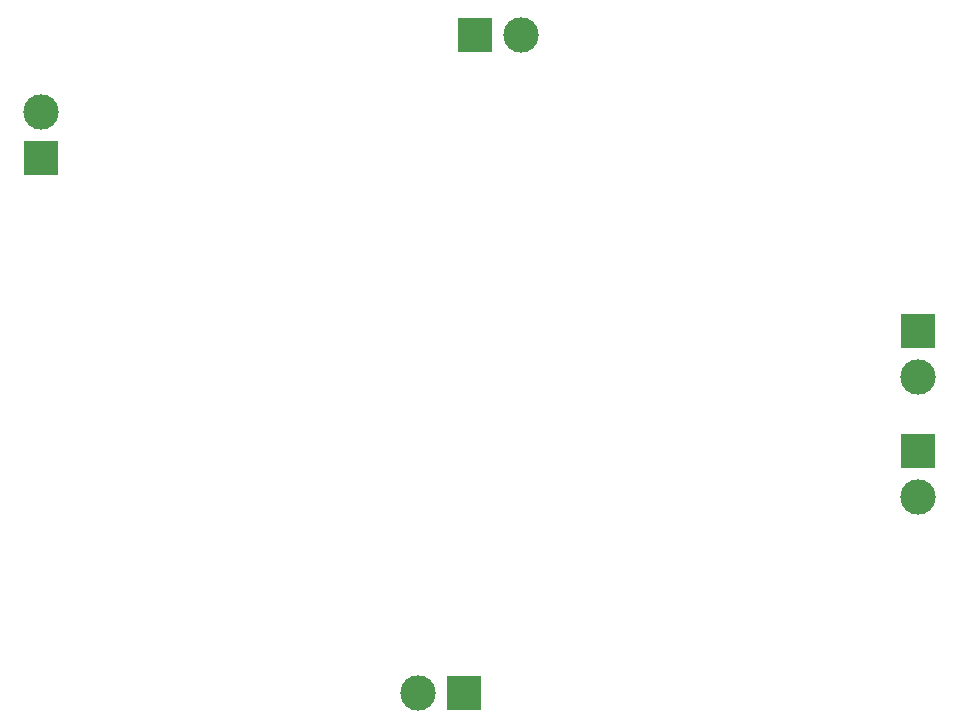
<source format=gbr>
%TF.GenerationSoftware,KiCad,Pcbnew,9.0.1*%
%TF.CreationDate,2025-05-28T17:40:13+05:30*%
%TF.ProjectId,3levelstepDownIter2,336c6576-656c-4737-9465-70446f776e49,rev?*%
%TF.SameCoordinates,Original*%
%TF.FileFunction,Soldermask,Bot*%
%TF.FilePolarity,Negative*%
%FSLAX46Y46*%
G04 Gerber Fmt 4.6, Leading zero omitted, Abs format (unit mm)*
G04 Created by KiCad (PCBNEW 9.0.1) date 2025-05-28 17:40:13*
%MOMM*%
%LPD*%
G01*
G04 APERTURE LIST*
%ADD10C,3.000000*%
%ADD11R,3.000000X3.000000*%
G04 APERTURE END LIST*
D10*
%TO.C,J4*%
X82931000Y-70231000D03*
D11*
X82931000Y-74111000D03*
%TD*%
%TO.C,J5*%
X157245000Y-88755000D03*
D10*
X157245000Y-92635000D03*
%TD*%
D11*
%TO.C,J1*%
X157245000Y-98915000D03*
D10*
X157245000Y-102795000D03*
%TD*%
D11*
%TO.C,J2*%
X119755000Y-63675000D03*
D10*
X123635000Y-63675000D03*
%TD*%
D11*
%TO.C,J3*%
X118775000Y-119380000D03*
D10*
X114895000Y-119380000D03*
%TD*%
M02*

</source>
